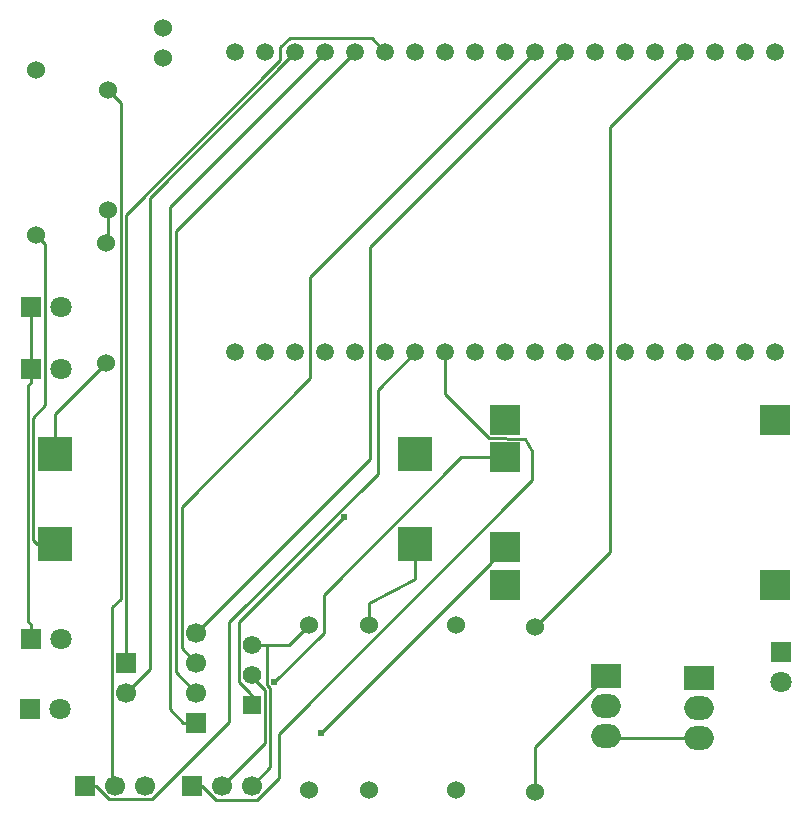
<source format=gbl>
G04 Layer: BottomLayer*
G04 EasyEDA v6.5.48, 2025-03-31 17:32:00*
G04 4a954248cc764f1c991205ffb550d634,93aebdfcfbe24d40a812e2b2de22b7a1,10*
G04 Gerber Generator version 0.2*
G04 Scale: 100 percent, Rotated: No, Reflected: No *
G04 Dimensions in millimeters *
G04 leading zeros omitted , absolute positions ,4 integer and 5 decimal *
%FSLAX45Y45*%
%MOMM*%

%AMMACRO1*21,1,$1,$2,0,0,$3*%
%ADD10C,0.2540*%
%ADD11R,1.7000X1.7000*%
%ADD12C,1.7000*%
%ADD13C,1.8000*%
%ADD14R,1.8000X1.8000*%
%ADD15R,2.4999X2.4999*%
%ADD16R,3.0000X3.0000*%
%ADD17C,1.5000*%
%ADD18MACRO1,2.0015X2.4994X-90.0000*%
%ADD19O,2.4999949999999997X1.9999959999999999*%
%ADD20C,1.5240*%
%ADD21C,1.5748*%
%ADD22R,1.5748X1.5748*%
%ADD23C,0.6100*%

%LPD*%
D10*
X4191000Y1384300D02*
G01*
X4191000Y1092200D01*
X3797300Y889000D01*
X3797300Y698500D01*
X4445000Y3009900D02*
G01*
X4445000Y2656839D01*
X4815840Y2286000D01*
X5118100Y2273300D01*
X5181600Y2171700D01*
X5181600Y1922779D01*
X3035300Y-223520D01*
X3035300Y-596900D01*
X2848609Y-782320D01*
X2505963Y-782320D01*
X2411729Y-688339D01*
X2387600Y-660400D01*
X2806700Y101600D02*
G01*
X2780032Y132079D01*
X2699870Y213360D01*
X2699870Y726439D01*
X3583967Y1610360D01*
X2806700Y12700D02*
G01*
X2806697Y101600D01*
X4953000Y1358900D02*
G01*
X4816985Y1206500D01*
X3393315Y-218439D01*
X2298700Y-660400D02*
G01*
X2387600Y-660400D01*
X1485900Y-660400D02*
G01*
X1509930Y-688339D01*
X1598094Y-777239D01*
X1957605Y-777239D01*
X2610233Y-124460D01*
X2610233Y721360D01*
X3870581Y1981200D01*
X3870581Y2689860D01*
X4191002Y3009900D01*
X1397002Y-660400D02*
G01*
X1485900Y-660400D01*
X977900Y4000500D02*
G01*
X1057910Y3921760D01*
X1057910Y2560320D01*
X952500Y2454910D01*
X952500Y1422400D01*
X990600Y1384300D01*
X1143000Y1384300D01*
X1574802Y3936974D02*
G01*
X1587502Y3949674D01*
X1587502Y4216374D01*
X5461002Y5549900D02*
G01*
X3809977Y3898874D01*
X3809977Y2108174D01*
X2336802Y635000D01*
X2336802Y381000D02*
G01*
X2210869Y506933D01*
X2210869Y1695170D01*
X3302002Y2786303D01*
X3302002Y3644900D01*
X5207002Y5549900D01*
X1739902Y381000D02*
G01*
X1739902Y4172483D01*
X3048027Y5480608D01*
X3048027Y5588355D01*
X3124837Y5665165D01*
X3821737Y5665165D01*
X3937002Y5549900D01*
X2336802Y127000D02*
G01*
X2167003Y296798D01*
X2167003Y4033901D01*
X3683002Y5549900D01*
X2223899Y-127000D02*
G01*
X2113307Y-16408D01*
X2113307Y4234205D01*
X3429002Y5549900D01*
X2336802Y-127000D02*
G01*
X2223899Y-127000D01*
X1739902Y127000D02*
G01*
X1939343Y326440D01*
X1939343Y4314240D01*
X3175002Y5549900D01*
X1574802Y2920974D02*
G01*
X1143002Y2489174D01*
X1143002Y2146300D01*
X939802Y584200D02*
G01*
X939802Y702106D01*
X939802Y2870200D02*
G01*
X939802Y3390900D01*
X939802Y2752293D02*
G01*
X910313Y2722803D01*
X910313Y731596D01*
X939802Y702106D01*
X939802Y2870200D02*
G01*
X939802Y2752293D01*
X4953002Y2120900D02*
G01*
X4578377Y2120900D01*
X3412848Y955370D01*
X3412848Y634745D01*
X2992071Y213969D01*
X5207002Y-711200D02*
G01*
X5207002Y-330200D01*
X5803902Y266700D01*
X5207002Y685800D02*
G01*
X5842002Y1320800D01*
X5842002Y4914900D01*
X6477002Y5549900D01*
X1587502Y5232374D02*
G01*
X1699110Y5120767D01*
X1699110Y922502D01*
X1625932Y849325D01*
X1625932Y-635330D01*
X1651002Y-660400D01*
X2806702Y279400D02*
G01*
X2806702Y258851D01*
X2913534Y152019D01*
X2913534Y-299567D01*
X2552702Y-660400D01*
X2933499Y533400D02*
G01*
X2933499Y189712D01*
X2959610Y163601D01*
X2959610Y-507492D01*
X2806702Y-660400D01*
X2806702Y533400D02*
G01*
X2933499Y533400D01*
X2933499Y533400D02*
G01*
X3124202Y533400D01*
X3289302Y698500D01*
X6591302Y-254000D02*
G01*
X5816602Y-254000D01*
X5803902Y-241300D01*
D11*
G01*
X2298700Y-660400D03*
D12*
G01*
X2552700Y-660400D03*
G01*
X2806700Y-660400D03*
D13*
G01*
X1193800Y584200D03*
D14*
G01*
X939800Y584200D03*
D13*
G01*
X7289800Y215900D03*
D14*
G01*
X7289800Y469900D03*
D13*
G01*
X1181100Y-12700D03*
D14*
G01*
X927100Y-12700D03*
D13*
G01*
X1193800Y3390900D03*
D14*
G01*
X939800Y3390900D03*
D13*
G01*
X1193800Y2870200D03*
D14*
G01*
X939800Y2870200D03*
D15*
G01*
X7239000Y1041400D03*
G01*
X7239000Y2438400D03*
G01*
X4953000Y1358900D03*
G01*
X4953000Y2120900D03*
G01*
X4953000Y1041400D03*
G01*
X4953000Y2438400D03*
D16*
G01*
X4191000Y2146300D03*
G01*
X4191000Y1384300D03*
G01*
X1143000Y1384300D03*
G01*
X1143000Y2146300D03*
D17*
G01*
X2667000Y3009900D03*
G01*
X2921000Y3009900D03*
G01*
X3175000Y3009900D03*
G01*
X3429000Y3009900D03*
G01*
X3683000Y3009900D03*
G01*
X3937000Y3009900D03*
G01*
X4191000Y3009900D03*
G01*
X4445000Y3009900D03*
G01*
X4699000Y3009900D03*
G01*
X4953000Y3009900D03*
G01*
X5207000Y3009900D03*
G01*
X5461000Y3009900D03*
G01*
X5715000Y3009900D03*
G01*
X5969000Y3009900D03*
G01*
X6223000Y3009900D03*
G01*
X6477000Y3009900D03*
G01*
X6731000Y3009900D03*
G01*
X6985000Y3009900D03*
G01*
X7239000Y3009900D03*
G01*
X2667000Y5549900D03*
G01*
X2921000Y5549900D03*
G01*
X3175000Y5549900D03*
G01*
X3429000Y5549900D03*
G01*
X3683000Y5549900D03*
G01*
X3937000Y5549900D03*
G01*
X4191000Y5549900D03*
G01*
X4445000Y5549900D03*
G01*
X4699000Y5549900D03*
G01*
X4953000Y5549900D03*
G01*
X5207000Y5549900D03*
G01*
X5461000Y5549900D03*
G01*
X5715000Y5549900D03*
G01*
X5969000Y5549900D03*
G01*
X6223000Y5549900D03*
G01*
X6477000Y5549900D03*
G01*
X6731000Y5549900D03*
G01*
X6985000Y5549900D03*
G01*
X7239000Y5549900D03*
D18*
G01*
X5803900Y266700D03*
D19*
G01*
X5803900Y-241300D03*
G01*
X5803900Y12700D03*
D18*
G01*
X6591300Y254000D03*
D19*
G01*
X6591300Y-254000D03*
G01*
X6591300Y0D03*
D20*
G01*
X2057400Y5753100D03*
G01*
X2057400Y5499100D03*
G01*
X3797300Y698500D03*
G01*
X3797300Y-698500D03*
G01*
X977900Y5397500D03*
G01*
X977900Y4000500D03*
G01*
X5207000Y-711200D03*
G01*
X5207000Y685800D03*
G01*
X4533900Y-698500D03*
G01*
X4533900Y698500D03*
G01*
X3289300Y698500D03*
G01*
X3289300Y-698500D03*
G01*
X1587500Y5232374D03*
G01*
X1587500Y4216374D03*
G01*
X1574800Y3936974D03*
G01*
X1574800Y2920974D03*
D11*
G01*
X1397000Y-660400D03*
D12*
G01*
X1651000Y-660400D03*
G01*
X1905000Y-660400D03*
D11*
G01*
X1739900Y381000D03*
D12*
G01*
X1739900Y127000D03*
D21*
G01*
X2806700Y533400D03*
G01*
X2806700Y279400D03*
D22*
G01*
X2806700Y25400D03*
D11*
G01*
X2336800Y-127000D03*
D12*
G01*
X2336800Y127000D03*
G01*
X2336800Y381000D03*
G01*
X2336800Y635000D03*
D23*
G01*
X3583967Y1611172D03*
G01*
X2992071Y213969D03*
G01*
X3393315Y-217678D03*
M02*

</source>
